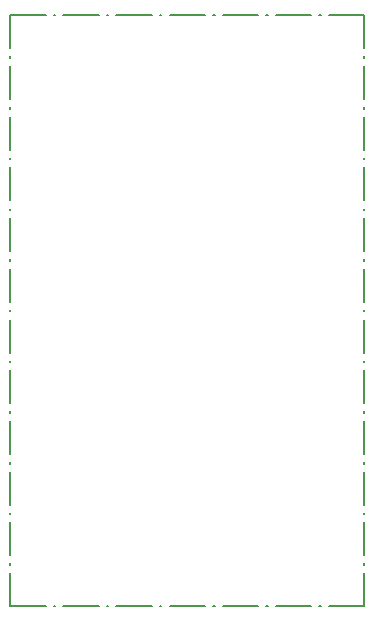
<source format=gbo>
G04 EAGLE Gerber RS-274X export*
G75*
%MOMM*%
%FSLAX34Y34*%
%LPD*%
%INSilkscreen Bottom*%
%IPPOS*%
%AMOC8*
5,1,8,0,0,1.08239X$1,22.5*%
G01*
%ADD10C,0.203200*%


D10*
X250000Y100000D02*
X250000Y127917D01*
X250000Y134768D02*
X250000Y136065D01*
X250000Y142917D02*
X250000Y170833D01*
X250000Y177685D02*
X250000Y178982D01*
X250000Y185833D02*
X250000Y213750D01*
X250000Y220602D02*
X250000Y221898D01*
X250000Y228750D02*
X250000Y256667D01*
X250000Y263518D02*
X250000Y264815D01*
X250000Y271667D02*
X250000Y299583D01*
X250000Y306435D02*
X250000Y307732D01*
X250000Y314583D02*
X250000Y342500D01*
X250000Y349352D02*
X250000Y350648D01*
X250000Y357500D02*
X250000Y385417D01*
X250000Y392268D02*
X250000Y393565D01*
X250000Y400417D02*
X250000Y428333D01*
X250000Y435185D02*
X250000Y436482D01*
X250000Y443333D02*
X250000Y471250D01*
X250000Y478102D02*
X250000Y479398D01*
X250000Y486250D02*
X250000Y514167D01*
X250000Y521018D02*
X250000Y522315D01*
X250000Y529167D02*
X250000Y557083D01*
X250000Y563935D02*
X250000Y565232D01*
X250000Y572083D02*
X250000Y600000D01*
X280000Y600000D01*
X286852Y600000D02*
X288148Y600000D01*
X295000Y600000D02*
X325000Y600000D01*
X331852Y600000D02*
X333148Y600000D01*
X340000Y600000D02*
X370000Y600000D01*
X376852Y600000D02*
X378148Y600000D01*
X385000Y600000D02*
X415000Y600000D01*
X421852Y600000D02*
X423148Y600000D01*
X430000Y600000D02*
X460000Y600000D01*
X466852Y600000D02*
X468148Y600000D01*
X475000Y600000D02*
X505000Y600000D01*
X511852Y600000D02*
X513148Y600000D01*
X520000Y600000D02*
X550000Y600000D01*
X550000Y572083D01*
X550000Y565232D02*
X550000Y563935D01*
X550000Y557083D02*
X550000Y529167D01*
X550000Y522315D02*
X550000Y521018D01*
X550000Y514167D02*
X550000Y486250D01*
X550000Y479398D02*
X550000Y478102D01*
X550000Y471250D02*
X550000Y443333D01*
X550000Y436482D02*
X550000Y435185D01*
X550000Y428333D02*
X550000Y400417D01*
X550000Y393565D02*
X550000Y392268D01*
X550000Y385417D02*
X550000Y357500D01*
X550000Y350648D02*
X550000Y349352D01*
X550000Y342500D02*
X550000Y314583D01*
X550000Y307732D02*
X550000Y306435D01*
X550000Y299583D02*
X550000Y271667D01*
X550000Y264815D02*
X550000Y263518D01*
X550000Y256667D02*
X550000Y228750D01*
X550000Y221898D02*
X550000Y220602D01*
X550000Y213750D02*
X550000Y185833D01*
X550000Y178982D02*
X550000Y177685D01*
X550000Y170833D02*
X550000Y142917D01*
X550000Y136065D02*
X550000Y134768D01*
X550000Y127917D02*
X550000Y100000D01*
X520000Y100000D01*
X513148Y100000D02*
X511852Y100000D01*
X505000Y100000D02*
X475000Y100000D01*
X468148Y100000D02*
X466852Y100000D01*
X460000Y100000D02*
X430000Y100000D01*
X423148Y100000D02*
X421852Y100000D01*
X415000Y100000D02*
X385000Y100000D01*
X378148Y100000D02*
X376852Y100000D01*
X370000Y100000D02*
X340000Y100000D01*
X333148Y100000D02*
X331852Y100000D01*
X325000Y100000D02*
X295000Y100000D01*
X288148Y100000D02*
X286852Y100000D01*
X280000Y100000D02*
X250000Y100000D01*
M02*

</source>
